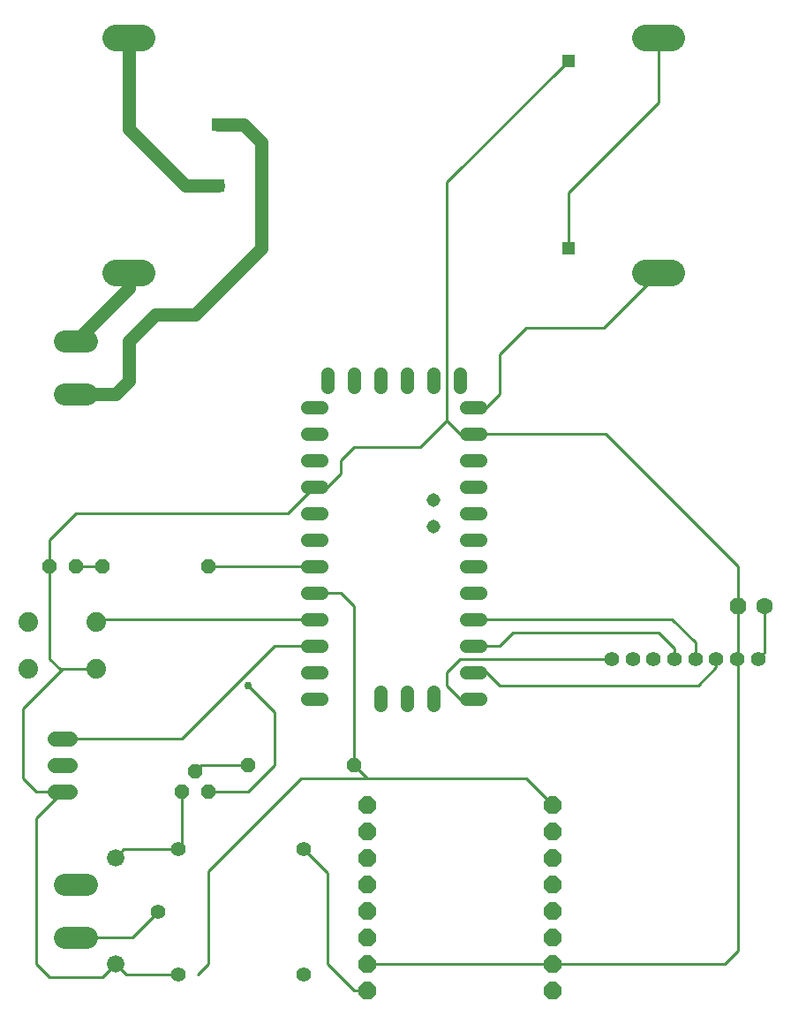
<source format=gbr>
G04 EAGLE Gerber RS-274X export*
G75*
%MOMM*%
%FSLAX34Y34*%
%LPD*%
%INBottom Copper*%
%IPPOS*%
%AMOC8*
5,1,8,0,0,1.08239X$1,22.5*%
G01*
%ADD10P,1.732040X8X202.500000*%
%ADD11C,1.600200*%
%ADD12C,1.879600*%
%ADD13C,2.540000*%
%ADD14C,1.422400*%
%ADD15P,1.429621X8X22.500000*%
%ADD16P,1.429621X8X202.500000*%
%ADD17C,1.422400*%
%ADD18C,1.308000*%
%ADD19C,1.308000*%
%ADD20R,1.308000X1.308000*%
%ADD21P,1.814519X8X22.500000*%
%ADD22C,2.095500*%
%ADD23C,1.408000*%
%ADD24C,1.676400*%
%ADD25C,0.254000*%
%ADD26C,0.756400*%
%ADD27C,1.270000*%


D10*
X711200Y431800D03*
D11*
X736600Y431800D03*
D12*
X96012Y371094D03*
X30988Y371094D03*
X96012Y416306D03*
X30988Y416306D03*
D13*
X114300Y751078D02*
X139700Y751078D01*
X139700Y976122D02*
X114300Y976122D01*
X622300Y976122D02*
X647700Y976122D01*
X647700Y751078D02*
X622300Y751078D01*
D14*
X70612Y304800D02*
X56388Y304800D01*
X56388Y279400D02*
X70612Y279400D01*
X70612Y254000D02*
X56388Y254000D01*
D15*
X50800Y469900D03*
X76200Y469900D03*
D16*
X203200Y469900D03*
X101600Y469900D03*
D17*
X730400Y381000D03*
X710400Y381000D03*
X690400Y381000D03*
X670400Y381000D03*
X650400Y381000D03*
X630400Y381000D03*
X610400Y381000D03*
X590400Y381000D03*
D18*
X317500Y641160D02*
X317500Y654240D01*
X342900Y654240D02*
X342900Y641160D01*
X368300Y641160D02*
X368300Y654240D01*
X393700Y654240D02*
X393700Y641160D01*
X419100Y641160D02*
X419100Y654240D01*
X444500Y654240D02*
X444500Y641160D01*
X311340Y622300D02*
X298260Y622300D01*
X298260Y596900D02*
X311340Y596900D01*
X311340Y571500D02*
X298260Y571500D01*
X298260Y546100D02*
X311340Y546100D01*
X311340Y520700D02*
X298260Y520700D01*
X298260Y495300D02*
X311340Y495300D01*
X311340Y469900D02*
X298260Y469900D01*
X298260Y444500D02*
X311340Y444500D01*
X311340Y419100D02*
X298260Y419100D01*
X298260Y393700D02*
X311340Y393700D01*
X311340Y368300D02*
X298260Y368300D01*
X298260Y342900D02*
X311340Y342900D01*
X450660Y622300D02*
X463740Y622300D01*
X463740Y596900D02*
X450660Y596900D01*
X450660Y571500D02*
X463740Y571500D01*
X463740Y546100D02*
X450660Y546100D01*
X450660Y520700D02*
X463740Y520700D01*
X463740Y495300D02*
X450660Y495300D01*
X450660Y469900D02*
X463740Y469900D01*
X463740Y444500D02*
X450660Y444500D01*
X450660Y419100D02*
X463740Y419100D01*
X463740Y393700D02*
X450660Y393700D01*
X450660Y368300D02*
X463740Y368300D01*
X463740Y342900D02*
X450660Y342900D01*
X419100Y349440D02*
X419100Y336360D01*
X393700Y336360D02*
X393700Y349440D01*
X368300Y349440D02*
X368300Y336360D01*
D19*
X419100Y533400D03*
X419100Y508000D03*
D20*
X212500Y834300D03*
X212500Y893300D03*
X548500Y954300D03*
X548500Y774300D03*
D21*
X355600Y165100D03*
X355600Y139700D03*
X533400Y165100D03*
X533400Y139700D03*
X355600Y114300D03*
X355600Y190500D03*
X533400Y190500D03*
X533400Y114300D03*
X355600Y215900D03*
X533400Y215900D03*
X355600Y88900D03*
X533400Y88900D03*
X355600Y241300D03*
X533400Y241300D03*
X355600Y63500D03*
X533400Y63500D03*
D22*
X86678Y685800D02*
X65723Y685800D01*
X65723Y635000D02*
X86678Y635000D01*
X86678Y165100D02*
X65723Y165100D01*
X65723Y114300D02*
X86678Y114300D01*
D15*
X203200Y254000D03*
X190500Y273050D03*
X177800Y254000D03*
X241300Y279400D03*
X342900Y279400D03*
D23*
X294700Y78500D03*
X174700Y198500D03*
X154700Y138500D03*
X294700Y198500D03*
X174700Y78500D03*
D24*
X114300Y88900D03*
X114300Y190500D03*
D25*
X96012Y371094D02*
X63500Y371094D01*
X60706Y371094D01*
X50800Y381000D01*
X50800Y469900D01*
X63500Y371094D02*
X25400Y332994D01*
X25400Y266700D02*
X38100Y254000D01*
X63500Y254000D01*
X25400Y266700D02*
X25400Y332994D01*
X431800Y837600D02*
X548500Y954300D01*
X431800Y837600D02*
X431800Y609600D01*
X444500Y596900D01*
X457200Y596900D01*
X431800Y609600D02*
X406400Y584200D01*
X342900Y584200D01*
X330200Y571500D01*
X330200Y558800D01*
X317500Y546100D01*
X304800Y546100D01*
X279400Y520700D01*
X76200Y520700D01*
X50800Y495300D01*
X50800Y469900D01*
X457200Y596900D02*
X584200Y596900D01*
X711200Y469900D01*
X711200Y431800D01*
X711200Y381800D01*
X710800Y381400D01*
X710400Y381000D01*
X698500Y88900D02*
X533400Y88900D01*
X698500Y88900D02*
X711200Y101600D01*
X711200Y381000D01*
X710800Y381400D01*
X533400Y88900D02*
X355600Y88900D01*
X174700Y78500D02*
X124700Y78500D01*
X114300Y88900D01*
X38100Y228600D02*
X63500Y254000D01*
X38100Y88900D02*
X50800Y76200D01*
X101600Y76200D01*
X114300Y88900D01*
X38100Y88900D02*
X38100Y228600D01*
X203200Y469900D02*
X304800Y469900D01*
X101600Y469900D02*
X76200Y469900D01*
X582422Y698500D02*
X635000Y751078D01*
X582422Y698500D02*
X508000Y698500D01*
X482600Y673100D01*
X482600Y635000D01*
X469900Y622300D01*
X457200Y622300D01*
X241300Y254000D02*
X203200Y254000D01*
X241300Y254000D02*
X266700Y279400D01*
X266700Y330200D02*
X241300Y355600D01*
D26*
X241300Y355600D03*
D25*
X266700Y330200D02*
X266700Y279400D01*
X548500Y774300D02*
X548500Y827900D01*
X635000Y914400D01*
X635000Y976122D01*
D27*
X127000Y976122D02*
X127000Y889000D01*
X181700Y834300D02*
X212500Y834300D01*
X181700Y834300D02*
X127000Y889000D01*
D25*
X736600Y431800D02*
X736600Y387200D01*
X730400Y381000D01*
X457200Y342900D02*
X444500Y342900D01*
X431800Y355600D01*
X431800Y368300D01*
X444500Y381000D01*
X590400Y381000D01*
X469900Y368300D02*
X457200Y368300D01*
X469900Y368300D02*
X482600Y355600D01*
X673100Y355600D01*
X690400Y372900D02*
X690400Y381000D01*
X690400Y372900D02*
X673100Y355600D01*
X482600Y393700D02*
X457200Y393700D01*
X482600Y393700D02*
X495300Y406400D01*
X635000Y406400D01*
X650400Y391000D02*
X650400Y381000D01*
X650400Y391000D02*
X635000Y406400D01*
X647700Y419100D02*
X457200Y419100D01*
X647700Y419100D02*
X670400Y396400D01*
X670400Y381000D01*
D27*
X127000Y736600D02*
X76200Y685800D01*
X127000Y736600D02*
X127000Y751078D01*
X212500Y893300D02*
X237000Y893300D01*
X254000Y876300D01*
X254000Y774700D01*
X190500Y711200D02*
X152400Y711200D01*
X127000Y685800D01*
X127000Y647700D01*
X114300Y635000D01*
X76200Y635000D01*
X190500Y711200D02*
X254000Y774700D01*
D25*
X266700Y393700D02*
X304800Y393700D01*
X266700Y393700D02*
X177800Y304800D01*
X63500Y304800D01*
X96012Y416306D02*
X98806Y419100D01*
X304800Y419100D01*
X330200Y444500D02*
X342900Y431800D01*
X330200Y444500D02*
X304800Y444500D01*
X342900Y431800D02*
X342900Y279400D01*
X355600Y266700D01*
X508000Y266700D01*
X533400Y241300D01*
X355600Y266700D02*
X292100Y266700D01*
X203200Y177800D01*
X203200Y88900D01*
X192800Y78500D01*
X190500Y273050D02*
X196850Y279400D01*
X241300Y279400D01*
X174700Y198500D02*
X122300Y198500D01*
X114300Y190500D01*
X174700Y198500D02*
X177800Y201600D01*
X177800Y254000D01*
X294700Y198500D02*
X317500Y175700D01*
X317500Y88900D01*
X342900Y63500D01*
X355600Y63500D01*
X130500Y114300D02*
X76200Y114300D01*
X130500Y114300D02*
X154700Y138500D01*
M02*

</source>
